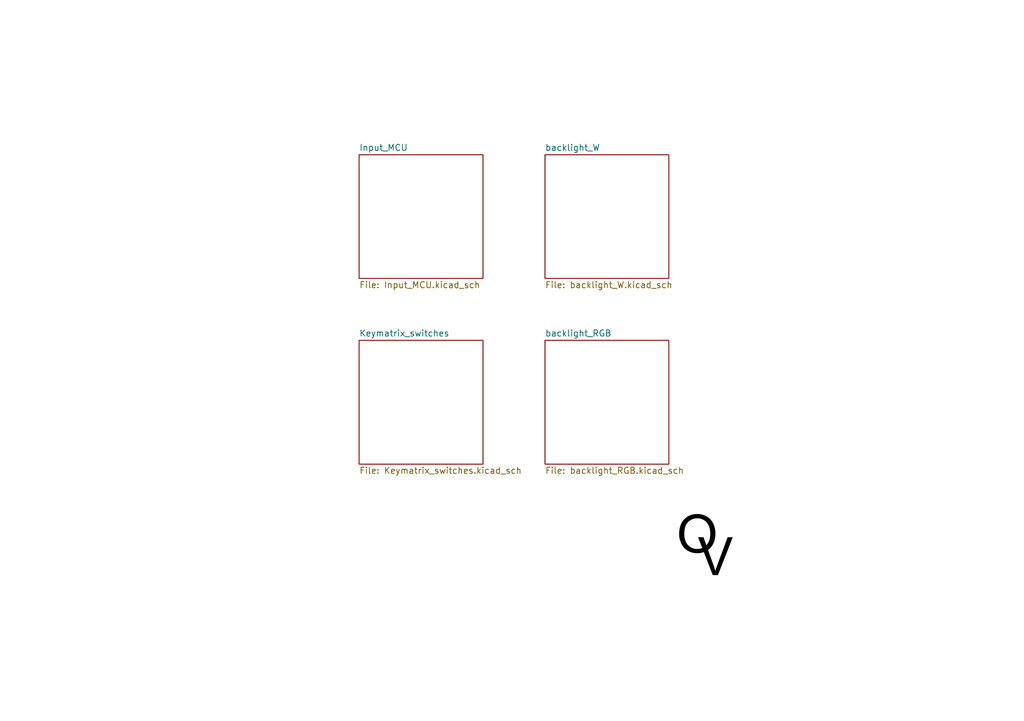
<source format=kicad_sch>
(kicad_sch (version 20231120) (generator "eeschema") (generator_version "8.0")
  (paper "A5")
  (title_block (title "Overview") (date "2024-03-13") (rev "02") (company " OV-Tech"))
  (lib_symbols)
  (image (at 144.78 111.76) (scale 0.0646679))
  (sheet (at 111.76 31.75) (size 25.4 25.4) (stroke (width 0.1524))
    (property "Sheetname" "backlight_W" (at 111.76 31.0384 0) (effects (justify left bottom)))
    (property "Sheetfile" "backlight_W.kicad_sch" (at 111.76 57.7346 0) (effects (justify left top)))
  )
  (sheet (at 73.66 31.75) (size 25.4 25.4) (stroke (width 0.1524))
    (property "Sheetname" "Input_MCU" (at 73.66 31.0384 0) (effects (justify left bottom)))
    (property "Sheetfile" "Input_MCU.kicad_sch" (at 73.66 57.7346 0) (effects (justify left top)))
  )
  (sheet (at 73.66 69.85) (size 25.4 25.4) (stroke (width 0.1524))
    (property "Sheetname" "Keymatrix_switches" (at 73.66 69.1384 0) (effects (justify left bottom)))
    (property "Sheetfile" "Keymatrix_switches.kicad_sch" (at 73.66 95.8346 0) (effects (justify left top)))
  )
  (sheet (at 111.76 69.85) (size 25.4 25.4) (stroke (width 0.1524))
    (property "Sheetname" "backlight_RGB" (at 111.76 69.1384 0) (effects (justify left bottom)))
    (property "Sheetfile" "backlight_RGB.kicad_sch" (at 111.76 95.8346 0) (effects (justify left top)))
  )
)
</source>
